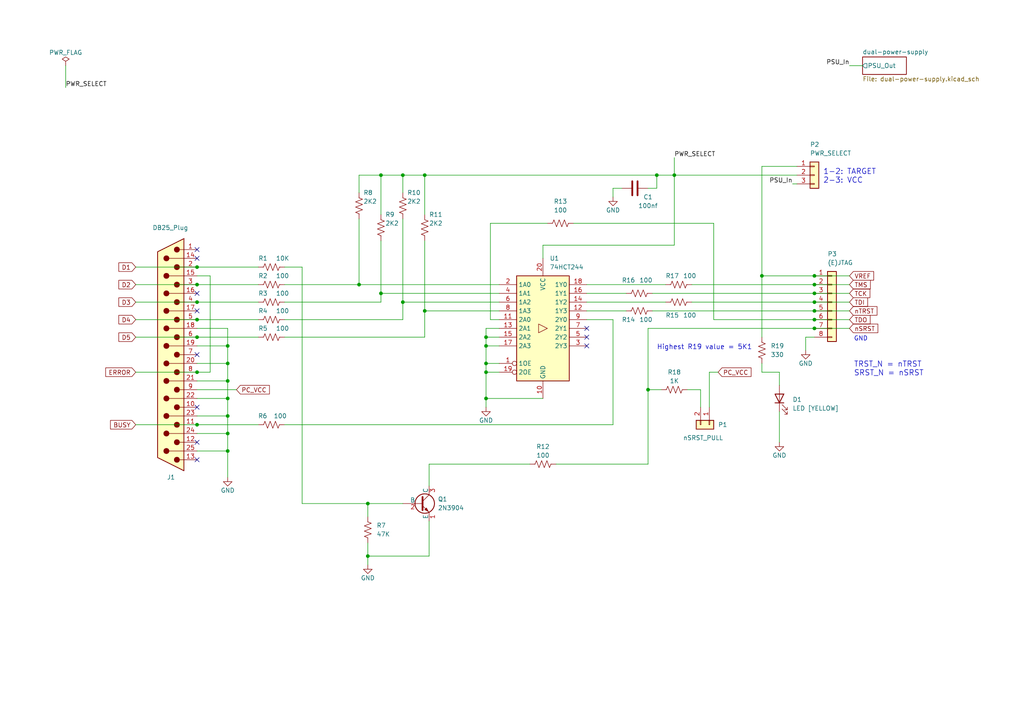
<source format=kicad_sch>
(kicad_sch (version 20230121) (generator eeschema)
  (paper "A4")
  (title_block (title "JTAG - Wiggler (JTAG Section)") (date "2023-06-06") (rev "1.4") (company "Clarissa Walker"))
  (lib_symbols
    (symbol "74x244:74HCT244"
      (property "Reference" "U" (at -7.62 16.51 0))
      (property "Value" "74HCT244" (at -7.62 -16.51 0))
      (symbol "74HCT244_1_0"
        (polyline (pts (xy 1.27 0) (xy -1.27 1.27) (xy -1.27 -1.27) (xy 1.27 0)) (stroke (width 0.1524)))
        (pin input inverted (at -12.7 -10.16 0) (length 5.08) (name "1OE") (number "1"))
        (pin power_in line (at 0 -20.32 90) (length 5.08) (name "GND") (number "10"))
        (pin input line (at -12.7 2.54 0) (length 5.08) (name "2A0") (number "11"))
        (pin tri_state line (at 12.7 5.08 180) (length 5.08) (name "1Y3") (number "12"))
        (pin input line (at -12.7 0 0) (length 5.08) (name "2A1") (number "13"))
        (pin tri_state line (at 12.7 7.62 180) (length 5.08) (name "1Y2") (number "14"))
        (pin input line (at -12.7 -2.54 0) (length 5.08) (name "2A2") (number "15"))
        (pin tri_state line (at 12.7 10.16 180) (length 5.08) (name "1Y1") (number "16"))
        (pin input line (at -12.7 -5.08 0) (length 5.08) (name "2A3") (number "17"))
        (pin tri_state line (at 12.7 12.7 180) (length 5.08) (name "1Y0") (number "18"))
        (pin input inverted (at -12.7 -12.7 0) (length 5.08) (name "2OE") (number "19"))
        (pin input line (at -12.7 12.7 0) (length 5.08) (name "1A0") (number "2"))
        (pin power_in line (at 0 20.32 270) (length 5.08) (name "VCC") (number "20"))
        (pin tri_state line (at 12.7 -5.08 180) (length 5.08) (name "2Y3") (number "3"))
        (pin input line (at -12.7 10.16 0) (length 5.08) (name "1A1") (number "4"))
        (pin tri_state line (at 12.7 -2.54 180) (length 5.08) (name "2Y2") (number "5"))
        (pin input line (at -12.7 7.62 0) (length 5.08) (name "1A2") (number "6"))
        (pin tri_state line (at 12.7 0 180) (length 5.08) (name "2Y1") (number "7"))
        (pin input line (at -12.7 5.08 0) (length 5.08) (name "1A3") (number "8"))
        (pin tri_state line (at 12.7 2.54 180) (length 5.08) (name "2Y0") (number "9"))
      )
      (symbol "74HCT244_1_1"
        (rectangle (start -7.62 15.24) (end 7.62 -15.24) (stroke (width 0.254)) (fill (type background)))
      )
    )
    (symbol "Connector:DB25_Plug" (pin_names (offset 1.016) hide)
      (property "Reference" "J" (at 0 34.29 0))
      (property "Value" "DB25_Plug" (at 0 -34.925 0))
      (symbol "DB25_Plug_0_1"
        (circle (center -1.778 -30.48) (radius 0.762) (fill (type outline)))
        (circle (center -1.778 -25.4) (radius 0.762) (fill (type outline)))
        (circle (center -1.778 -20.32) (radius 0.762) (fill (type outline)))
        (circle (center -1.778 -15.24) (radius 0.762) (fill (type outline)))
        (circle (center -1.778 -10.16) (radius 0.762) (fill (type outline)))
        (circle (center -1.778 -5.08) (radius 0.762) (fill (type outline)))
        (circle (center -1.778 0) (radius 0.762) (fill (type outline)))
        (circle (center -1.778 5.08) (radius 0.762) (fill (type outline)))
        (circle (center -1.778 10.16) (radius 0.762) (fill (type outline)))
        (circle (center -1.778 15.24) (radius 0.762) (fill (type outline)))
        (circle (center -1.778 20.32) (radius 0.762) (fill (type outline)))
        (circle (center -1.778 25.4) (radius 0.762) (fill (type outline)))
        (circle (center -1.778 30.48) (radius 0.762) (fill (type outline)))
        (polyline (pts (xy -3.81 -30.48) (xy -2.54 -30.48)))
        (polyline (pts (xy -3.81 -27.94) (xy 0.508 -27.94)))
        (polyline (pts (xy -3.81 -25.4) (xy -2.54 -25.4)))
        (polyline (pts (xy -3.81 -22.86) (xy 0.508 -22.86)))
        (polyline (pts (xy -3.81 -20.32) (xy -2.54 -20.32)))
        (polyline (pts (xy -3.81 -17.78) (xy 0.508 -17.78)))
        (polyline (pts (xy -3.81 -15.24) (xy -2.54 -15.24)))
        (polyline (pts (xy -3.81 -12.7) (xy 0.508 -12.7)))
        (polyline (pts (xy -3.81 -10.16) (xy -2.54 -10.16)))
        (polyline (pts (xy -3.81 -7.62) (xy 0.508 -7.62)))
        (polyline (pts (xy -3.81 -5.08) (xy -2.54 -5.08)))
        (polyline (pts (xy -3.81 -2.54) (xy 0.508 -2.54)))
        (polyline (pts (xy -3.81 0) (xy -2.54 0)))
        (polyline (pts (xy -3.81 2.54) (xy 0.508 2.54)))
        (polyline (pts (xy -3.81 5.08) (xy -2.54 5.08)))
        (polyline (pts (xy -3.81 7.62) (xy 0.508 7.62)))
        (polyline (pts (xy -3.81 10.16) (xy -2.54 10.16)))
        (polyline (pts (xy -3.81 12.7) (xy 0.508 12.7)))
        (polyline (pts (xy -3.81 15.24) (xy -2.54 15.24)))
        (polyline (pts (xy -3.81 17.78) (xy 0.508 17.78)))
        (polyline (pts (xy -3.81 20.32) (xy -2.54 20.32)))
        (polyline (pts (xy -3.81 22.86) (xy 0.508 22.86)))
        (polyline (pts (xy -3.81 25.4) (xy -2.54 25.4)))
        (polyline (pts (xy -3.81 27.94) (xy 0.508 27.94)))
        (polyline (pts (xy -3.81 30.48) (xy -2.54 30.48)))
        (polyline (pts (xy -3.81 -33.655) (xy 3.81 -29.845) (xy 3.81 29.845) (xy -3.81 33.655) (xy -3.81 -33.655)) (stroke (width 0.254)) (fill (type background)))
        (circle (center 1.27 -27.94) (radius 0.762) (fill (type outline)))
        (circle (center 1.27 -22.86) (radius 0.762) (fill (type outline)))
        (circle (center 1.27 -17.78) (radius 0.762) (fill (type outline)))
        (circle (center 1.27 -12.7) (radius 0.762) (fill (type outline)))
        (circle (center 1.27 -7.62) (radius 0.762) (fill (type outline)))
        (circle (center 1.27 -2.54) (radius 0.762) (fill (type outline)))
        (circle (center 1.27 2.54) (radius 0.762) (fill (type outline)))
        (circle (center 1.27 7.62) (radius 0.762) (fill (type outline)))
        (circle (center 1.27 12.7) (radius 0.762) (fill (type outline)))
        (circle (center 1.27 17.78) (radius 0.762) (fill (type outline)))
        (circle (center 1.27 22.86) (radius 0.762) (fill (type outline)))
        (circle (center 1.27 27.94) (radius 0.762) (fill (type outline)))
      )
      (symbol "DB25_Plug_1_1"
        (pin passive line (at -7.62 -30.48 0) (length 3.81) (name "1") (number "1"))
        (pin passive line (at -7.62 15.24 0) (length 3.81) (name "10") (number "10"))
        (pin passive line (at -7.62 20.32 0) (length 3.81) (name "11") (number "11"))
        (pin passive line (at -7.62 25.4 0) (length 3.81) (name "12") (number "12"))
        (pin passive line (at -7.62 30.48 0) (length 3.81) (name "13") (number "13"))
        (pin passive line (at -7.62 -27.94 0) (length 3.81) (name "P14") (number "14"))
        (pin passive line (at -7.62 -22.86 0) (length 3.81) (name "P15") (number "15"))
        (pin passive line (at -7.62 -17.78 0) (length 3.81) (name "P16") (number "16"))
        (pin passive line (at -7.62 -12.7 0) (length 3.81) (name "P17") (number "17"))
        (pin passive line (at -7.62 -7.62 0) (length 3.81) (name "P18") (number "18"))
        (pin passive line (at -7.62 -2.54 0) (length 3.81) (name "P19") (number "19"))
        (pin passive line (at -7.62 -25.4 0) (length 3.81) (name "2") (number "2"))
        (pin passive line (at -7.62 2.54 0) (length 3.81) (name "P20") (number "20"))
        (pin passive line (at -7.62 7.62 0) (length 3.81) (name "P21") (number "21"))
        (pin passive line (at -7.62 12.7 0) (length 3.81) (name "P22") (number "22"))
        (pin passive line (at -7.62 17.78 0) (length 3.81) (name "P23") (number "23"))
        (pin passive line (at -7.62 22.86 0) (length 3.81) (name "P24") (number "24"))
        (pin passive line (at -7.62 27.94 0) (length 3.81) (name "P25") (number "25"))
        (pin passive line (at -7.62 -20.32 0) (length 3.81) (name "3") (number "3"))
        (pin passive line (at -7.62 -15.24 0) (length 3.81) (name "4") (number "4"))
        (pin passive line (at -7.62 -10.16 0) (length 3.81) (name "5") (number "5"))
        (pin passive line (at -7.62 -5.08 0) (length 3.81) (name "6") (number "6"))
        (pin passive line (at -7.62 0 0) (length 3.81) (name "7") (number "7"))
        (pin passive line (at -7.62 5.08 0) (length 3.81) (name "8") (number "8"))
        (pin passive line (at -7.62 10.16 0) (length 3.81) (name "9") (number "9"))
      )
    )
    (symbol "Connector_Generic:Conn_01x02" (pin_names (offset 1.016) hide)
      (property "Reference" "J" (at 0 2.54 0))
      (property "Value" "Conn_01x02" (at 0 -5.08 0))
      (symbol "Conn_01x02_1_1"
        (rectangle (start -1.27 -2.413) (end 0 -2.667) (stroke (width 0.1524)))
        (rectangle (start -1.27 0.127) (end 0 -0.127) (stroke (width 0.1524)))
        (rectangle (start -1.27 1.27) (end 1.27 -3.81) (stroke (width 0.254)) (fill (type background)))
        (pin passive line (at -5.08 0 0) (length 3.81) (name "Pin_1") (number "1"))
        (pin passive line (at -5.08 -2.54 0) (length 3.81) (name "Pin_2") (number "2"))
      )
    )
    (symbol "Connector_Generic:Conn_01x03" (pin_names (offset 1.016) hide)
      (property "Reference" "J" (at 0 5.08 0))
      (property "Value" "Conn_01x03" (at 0 -5.08 0))
      (symbol "Conn_01x03_1_1"
        (rectangle (start -1.27 -2.413) (end 0 -2.667) (stroke (width 0.1524)))
        (rectangle (start -1.27 0.127) (end 0 -0.127) (stroke (width 0.1524)))
        (rectangle (start -1.27 2.667) (end 0 2.413) (stroke (width 0.1524)))
        (rectangle (start -1.27 3.81) (end 1.27 -3.81) (stroke (width 0.254)) (fill (type background)))
        (pin passive line (at -5.08 2.54 0) (length 3.81) (name "Pin_1") (number "1"))
        (pin passive line (at -5.08 0 0) (length 3.81) (name "Pin_2") (number "2"))
        (pin passive line (at -5.08 -2.54 0) (length 3.81) (name "Pin_3") (number "3"))
      )
    )
    (symbol "Connector_Generic:Conn_01x08" (pin_names (offset 1.016) hide)
      (property "Reference" "J" (at 0 10.16 0))
      (property "Value" "Conn_01x08" (at 0 -12.7 0))
      (symbol "Conn_01x08_1_1"
        (rectangle (start -1.27 -10.033) (end 0 -10.287) (stroke (width 0.1524)))
        (rectangle (start -1.27 -7.493) (end 0 -7.747) (stroke (width 0.1524)))
        (rectangle (start -1.27 -4.953) (end 0 -5.207) (stroke (width 0.1524)))
        (rectangle (start -1.27 -2.413) (end 0 -2.667) (stroke (width 0.1524)))
        (rectangle (start -1.27 0.127) (end 0 -0.127) (stroke (width 0.1524)))
        (rectangle (start -1.27 2.667) (end 0 2.413) (stroke (width 0.1524)))
        (rectangle (start -1.27 5.207) (end 0 4.953) (stroke (width 0.1524)))
        (rectangle (start -1.27 7.747) (end 0 7.493) (stroke (width 0.1524)))
        (rectangle (start -1.27 8.89) (end 1.27 -11.43) (stroke (width 0.254)) (fill (type background)))
        (pin passive line (at -5.08 7.62 0) (length 3.81) (name "Pin_1") (number "1"))
        (pin passive line (at -5.08 5.08 0) (length 3.81) (name "Pin_2") (number "2"))
        (pin passive line (at -5.08 2.54 0) (length 3.81) (name "Pin_3") (number "3"))
        (pin passive line (at -5.08 0 0) (length 3.81) (name "Pin_4") (number "4"))
        (pin passive line (at -5.08 -2.54 0) (length 3.81) (name "Pin_5") (number "5"))
        (pin passive line (at -5.08 -5.08 0) (length 3.81) (name "Pin_6") (number "6"))
        (pin passive line (at -5.08 -7.62 0) (length 3.81) (name "Pin_7") (number "7"))
        (pin passive line (at -5.08 -10.16 0) (length 3.81) (name "Pin_8") (number "8"))
      )
    )
    (symbol "Device:C" (pin_numbers hide) (pin_names (offset 0.254))
      (property "Reference" "C" (at 0.635 2.54 0))
      (property "Value" "C" (at 0.635 -2.54 0))
      (symbol "C_0_1"
        (polyline (pts (xy -2.032 -0.762) (xy 2.032 -0.762)) (stroke (width 0.508)))
        (polyline (pts (xy -2.032 0.762) (xy 2.032 0.762)) (stroke (width 0.508)))
      )
      (symbol "C_1_1"
        (pin passive line (at 0 3.81 270) (length 2.794) (name "~") (number "1"))
        (pin passive line (at 0 -3.81 90) (length 2.794) (name "~") (number "2"))
      )
    )
    (symbol "Device:LED" (pin_numbers hide) (pin_names (offset 1.016) hide)
      (property "Reference" "D" (at 0 2.54 0))
      (property "Value" "LED" (at 0 -2.54 0))
      (symbol "LED_0_1"
        (polyline (pts (xy -1.27 -1.27) (xy -1.27 1.27)) (stroke (width 0.254)))
        (polyline (pts (xy -1.27 0) (xy 1.27 0)))
        (polyline (pts (xy 1.27 -1.27) (xy 1.27 1.27) (xy -1.27 0) (xy 1.27 -1.27)) (stroke (width 0.254)))
        (polyline (pts (xy -3.048 -0.762) (xy -4.572 -2.286) (xy -3.81 -2.286) (xy -4.572 -2.286) (xy -4.572 -1.524)))
        (polyline (pts (xy -1.778 -0.762) (xy -3.302 -2.286) (xy -2.54 -2.286) (xy -3.302 -2.286) (xy -3.302 -1.524)))
      )
      (symbol "LED_1_1"
        (pin passive line (at -3.81 0 0) (length 2.54) (name "K") (number "1"))
        (pin passive line (at 3.81 0 180) (length 2.54) (name "A") (number "2"))
      )
    )
    (symbol "Device:R_US" (pin_numbers hide) (pin_names (offset 0))
      (property "Reference" "R" (at 2.54 0 90))
      (property "Value" "R_US" (at -2.54 0 90))
      (symbol "R_US_0_1"
        (polyline (pts (xy 0 -2.286) (xy 0 -2.54)))
        (polyline (pts (xy 0 2.286) (xy 0 2.54)))
        (polyline (pts (xy 0 -0.762) (xy 1.016 -1.143) (xy 0 -1.524) (xy -1.016 -1.905) (xy 0 -2.286)))
        (polyline (pts (xy 0 0.762) (xy 1.016 0.381) (xy 0 0) (xy -1.016 -0.381) (xy 0 -0.762)))
        (polyline (pts (xy 0 2.286) (xy 1.016 1.905) (xy 0 1.524) (xy -1.016 1.143) (xy 0 0.762)))
      )
      (symbol "R_US_1_1"
        (pin passive line (at 0 3.81 270) (length 1.27) (name "~") (number "1"))
        (pin passive line (at 0 -3.81 90) (length 1.27) (name "~") (number "2"))
      )
    )
    (symbol "Transistor_BJT:2N3904" (pin_names (offset 0))
      (property "Reference" "Q" (at 5.08 1.905 0))
      (property "Value" "2N3904" (at 5.08 0 0))
      (symbol "2N3904_0_1"
        (polyline (pts (xy 0.635 0.635) (xy 2.54 2.54)))
        (polyline (pts (xy 0.635 -0.635) (xy 2.54 -2.54) (xy 2.54 -2.54)))
        (polyline (pts (xy 0.635 1.905) (xy 0.635 -1.905) (xy 0.635 -1.905)) (stroke (width 0.508)))
        (polyline (pts (xy 1.27 -1.778) (xy 1.778 -1.27) (xy 2.286 -2.286) (xy 1.27 -1.778) (xy 1.27 -1.778)) (fill (type outline)))
        (circle (center 1.27 0) (radius 2.8194) (stroke (width 0.254)))
      )
      (symbol "2N3904_1_1"
        (pin passive line (at 2.54 -5.08 90) (length 2.54) (name "E") (number "1"))
        (pin passive line (at -5.08 0 0) (length 5.715) (name "B") (number "2"))
        (pin passive line (at 2.54 5.08 270) (length 2.54) (name "C") (number "3"))
      )
    )
    (symbol "power:GND" (power) (pin_names (offset 0))
      (property "Value" "GND" (at 0 -3.81 0))
      (symbol "GND_0_1"
        (polyline (pts (xy 0 0) (xy 0 -1.27) (xy 1.27 -1.27) (xy 0 -2.54) (xy -1.27 -1.27) (xy 0 -1.27)))
      )
      (symbol "GND_1_1"
        (pin power_in line (at 0 0 270) (length 0) hide (name "GND") (number "1"))
      )
    )
    (symbol "power:PWR_FLAG" (power) (pin_numbers hide) (pin_names (offset 0) hide)
      (property "Value" "PWR_FLAG" (at 0 3.81 0))
      (symbol "PWR_FLAG_0_0"
        (pin power_out line (at 0 0 90) (length 0) (name "pwr") (number "1"))
      )
      (symbol "PWR_FLAG_0_1"
        (polyline (pts (xy 0 0) (xy 0 1.27) (xy -1.016 1.905) (xy 0 2.54) (xy 1.016 1.905) (xy 0 1.27)))
      )
    )
  )
  (junction (at 140.97 105.41))
  (junction (at 110.49 50.8))
  (junction (at 220.98 80.01))
  (junction (at 140.97 107.95))
  (junction (at 236.22 95.25))
  (junction (at 57.15 123.19))
  (junction (at 57.15 97.79))
  (junction (at 110.49 85.09))
  (junction (at 236.22 82.55))
  (junction (at 106.68 161.29))
  (junction (at 140.97 100.33))
  (junction (at 123.19 90.17))
  (junction (at 236.22 90.17))
  (junction (at 57.15 87.63))
  (junction (at 66.04 110.49))
  (junction (at 57.15 107.95))
  (junction (at 57.15 82.55))
  (junction (at 123.19 50.8))
  (junction (at 116.84 87.63))
  (junction (at 66.04 100.33))
  (junction (at 116.84 50.8))
  (junction (at 187.96 113.03))
  (junction (at 236.22 92.71))
  (junction (at 140.97 115.57))
  (junction (at 57.15 77.47))
  (junction (at 236.22 85.09))
  (junction (at 66.04 120.65))
  (junction (at 66.04 105.41))
  (junction (at 66.04 125.73))
  (junction (at 57.15 92.71))
  (junction (at 104.14 82.55))
  (junction (at 236.22 80.01))
  (junction (at 190.5 50.8))
  (junction (at 236.22 87.63))
  (junction (at 140.97 97.79))
  (junction (at 66.04 115.57))
  (junction (at 195.58 50.8))
  (junction (at 66.04 130.81))
  (junction (at 106.68 146.05))
  (no_connect (at 57.15 133.35))
  (no_connect (at 57.15 118.11))
  (no_connect (at 57.15 128.27))
  (no_connect (at 57.15 74.93))
  (no_connect (at 57.15 72.39))
  (no_connect (at 170.18 97.79))
  (no_connect (at 57.15 85.09))
  (no_connect (at 170.18 95.25))
  (no_connect (at 57.15 90.17))
  (no_connect (at 170.18 100.33))
  (no_connect (at 57.15 102.87))
  (wire (pts (xy 57.15 92.71) (xy 74.93 92.71)))
  (wire (pts (xy 195.58 45.72) (xy 195.58 50.8)))
  (wire (pts (xy 187.96 113.03) (xy 187.96 134.62)))
  (wire (pts (xy 57.15 95.25) (xy 66.04 95.25)))
  (wire (pts (xy 140.97 107.95) (xy 140.97 115.57)))
  (wire (pts (xy 200.66 87.63) (xy 236.22 87.63)))
  (wire (pts (xy 200.66 82.55) (xy 236.22 82.55)))
  (wire (pts (xy 110.49 85.09) (xy 144.78 85.09)))
  (wire (pts (xy 106.68 161.29) (xy 124.46 161.29)))
  (wire (pts (xy 195.58 71.12) (xy 195.58 50.8)))
  (wire (pts (xy 220.98 80.01) (xy 236.22 80.01)))
  (wire (pts (xy 110.49 50.8) (xy 110.49 62.23)))
  (wire (pts (xy 39.37 97.79) (xy 57.15 97.79)))
  (wire (pts (xy 82.55 123.19) (xy 177.8 123.19)))
  (wire (pts (xy 236.22 95.25) (xy 246.38 95.25)))
  (wire (pts (xy 82.55 82.55) (xy 104.14 82.55)))
  (wire (pts (xy 177.8 123.19) (xy 177.8 92.71)))
  (wire (pts (xy 233.68 97.79) (xy 233.68 101.6)))
  (wire (pts (xy 190.5 50.8) (xy 195.58 50.8)))
  (wire (pts (xy 191.77 113.03) (xy 187.96 113.03)))
  (wire (pts (xy 220.98 80.01) (xy 220.98 97.79)))
  (wire (pts (xy 104.14 50.8) (xy 110.49 50.8)))
  (wire (pts (xy 236.22 80.01) (xy 246.38 80.01)))
  (wire (pts (xy 57.15 80.01) (xy 60.96 80.01)))
  (wire (pts (xy 207.01 92.71) (xy 236.22 92.71)))
  (wire (pts (xy 110.49 50.8) (xy 116.84 50.8)))
  (wire (pts (xy 177.8 54.61) (xy 177.8 57.15)))
  (wire (pts (xy 57.15 130.81) (xy 66.04 130.81)))
  (wire (pts (xy 66.04 110.49) (xy 66.04 115.57)))
  (wire (pts (xy 123.19 90.17) (xy 123.19 97.79)))
  (wire (pts (xy 189.23 85.09) (xy 236.22 85.09)))
  (wire (pts (xy 226.06 107.95) (xy 220.98 107.95)))
  (wire (pts (xy 87.63 146.05) (xy 106.68 146.05)))
  (wire (pts (xy 187.96 95.25) (xy 236.22 95.25)))
  (wire (pts (xy 57.15 120.65) (xy 66.04 120.65)))
  (wire (pts (xy 39.37 77.47) (xy 57.15 77.47)))
  (wire (pts (xy 231.14 48.26) (xy 220.98 48.26)))
  (wire (pts (xy 157.48 115.57) (xy 140.97 115.57)))
  (wire (pts (xy 236.22 87.63) (xy 246.38 87.63)))
  (wire (pts (xy 106.68 157.48) (xy 106.68 161.29)))
  (wire (pts (xy 170.18 82.55) (xy 193.04 82.55)))
  (wire (pts (xy 57.15 100.33) (xy 66.04 100.33)))
  (wire (pts (xy 124.46 151.13) (xy 124.46 161.29)))
  (wire (pts (xy 236.22 82.55) (xy 246.38 82.55)))
  (wire (pts (xy 236.22 97.79) (xy 233.68 97.79)))
  (wire (pts (xy 57.15 87.63) (xy 74.93 87.63)))
  (wire (pts (xy 57.15 105.41) (xy 66.04 105.41)))
  (wire (pts (xy 116.84 50.8) (xy 123.19 50.8)))
  (wire (pts (xy 220.98 105.41) (xy 220.98 107.95)))
  (wire (pts (xy 140.97 100.33) (xy 144.78 100.33)))
  (wire (pts (xy 170.18 90.17) (xy 181.61 90.17)))
  (wire (pts (xy 236.22 92.71) (xy 246.38 92.71)))
  (wire (pts (xy 153.67 134.62) (xy 124.46 134.62)))
  (wire (pts (xy 66.04 130.81) (xy 66.04 138.43)))
  (wire (pts (xy 170.18 85.09) (xy 181.61 85.09)))
  (wire (pts (xy 157.48 71.12) (xy 195.58 71.12)))
  (wire (pts (xy 231.14 53.34) (xy 229.87 53.34)))
  (wire (pts (xy 220.98 48.26) (xy 220.98 80.01)))
  (wire (pts (xy 140.97 100.33) (xy 140.97 105.41)))
  (wire (pts (xy 39.37 82.55) (xy 57.15 82.55)))
  (wire (pts (xy 140.97 105.41) (xy 140.97 107.95)))
  (wire (pts (xy 110.49 85.09) (xy 110.49 87.63)))
  (wire (pts (xy 123.19 90.17) (xy 144.78 90.17)))
  (wire (pts (xy 124.46 134.62) (xy 124.46 140.97)))
  (wire (pts (xy 187.96 54.61) (xy 190.5 54.61)))
  (wire (pts (xy 106.68 161.29) (xy 106.68 163.83)))
  (wire (pts (xy 190.5 50.8) (xy 190.5 54.61)))
  (wire (pts (xy 39.37 123.19) (xy 57.15 123.19)))
  (wire (pts (xy 66.04 115.57) (xy 66.04 120.65)))
  (wire (pts (xy 166.37 64.77) (xy 207.01 64.77)))
  (wire (pts (xy 236.22 85.09) (xy 246.38 85.09)))
  (wire (pts (xy 87.63 77.47) (xy 87.63 146.05)))
  (wire (pts (xy 60.96 80.01) (xy 60.96 107.95)))
  (wire (pts (xy 195.58 50.8) (xy 231.14 50.8)))
  (wire (pts (xy 123.19 50.8) (xy 123.19 62.23)))
  (wire (pts (xy 170.18 87.63) (xy 193.04 87.63)))
  (wire (pts (xy 116.84 50.8) (xy 116.84 55.88)))
  (wire (pts (xy 82.55 97.79) (xy 123.19 97.79)))
  (wire (pts (xy 140.97 115.57) (xy 140.97 118.11)))
  (wire (pts (xy 106.68 146.05) (xy 106.68 149.86)))
  (wire (pts (xy 104.14 82.55) (xy 144.78 82.55)))
  (wire (pts (xy 57.15 82.55) (xy 74.93 82.55)))
  (wire (pts (xy 199.39 113.03) (xy 203.2 113.03)))
  (wire (pts (xy 187.96 134.62) (xy 161.29 134.62)))
  (wire (pts (xy 203.2 113.03) (xy 203.2 118.11)))
  (wire (pts (xy 187.96 95.25) (xy 187.96 113.03)))
  (wire (pts (xy 57.15 115.57) (xy 66.04 115.57)))
  (wire (pts (xy 226.06 119.38) (xy 226.06 128.27)))
  (wire (pts (xy 57.15 107.95) (xy 60.96 107.95)))
  (wire (pts (xy 189.23 90.17) (xy 236.22 90.17)))
  (wire (pts (xy 104.14 63.5) (xy 104.14 82.55)))
  (wire (pts (xy 140.97 97.79) (xy 140.97 100.33)))
  (wire (pts (xy 140.97 95.25) (xy 140.97 97.79)))
  (wire (pts (xy 116.84 63.5) (xy 116.84 87.63)))
  (wire (pts (xy 205.74 107.95) (xy 208.28 107.95)))
  (wire (pts (xy 144.78 95.25) (xy 140.97 95.25)))
  (wire (pts (xy 39.37 92.71) (xy 57.15 92.71)))
  (wire (pts (xy 57.15 77.47) (xy 74.93 77.47)))
  (wire (pts (xy 236.22 90.17) (xy 246.38 90.17)))
  (wire (pts (xy 246.38 19.05) (xy 250.19 19.05)))
  (wire (pts (xy 39.37 107.95) (xy 57.15 107.95)))
  (wire (pts (xy 106.68 146.05) (xy 116.84 146.05)))
  (wire (pts (xy 104.14 55.88) (xy 104.14 50.8)))
  (wire (pts (xy 57.15 113.03) (xy 68.58 113.03)))
  (wire (pts (xy 66.04 120.65) (xy 66.04 125.73)))
  (wire (pts (xy 140.97 105.41) (xy 144.78 105.41)))
  (wire (pts (xy 66.04 95.25) (xy 66.04 100.33)))
  (wire (pts (xy 205.74 107.95) (xy 205.74 118.11)))
  (wire (pts (xy 177.8 92.71) (xy 170.18 92.71)))
  (wire (pts (xy 57.15 97.79) (xy 74.93 97.79)))
  (wire (pts (xy 66.04 125.73) (xy 66.04 130.81)))
  (wire (pts (xy 19.05 19.05) (xy 19.05 25.4)))
  (wire (pts (xy 142.24 64.77) (xy 142.24 92.71)))
  (wire (pts (xy 226.06 111.76) (xy 226.06 107.95)))
  (wire (pts (xy 39.37 87.63) (xy 57.15 87.63)))
  (wire (pts (xy 140.97 107.95) (xy 144.78 107.95)))
  (wire (pts (xy 57.15 123.19) (xy 74.93 123.19)))
  (wire (pts (xy 66.04 105.41) (xy 66.04 110.49)))
  (wire (pts (xy 180.34 54.61) (xy 177.8 54.61)))
  (wire (pts (xy 82.55 87.63) (xy 110.49 87.63)))
  (wire (pts (xy 123.19 69.85) (xy 123.19 90.17)))
  (wire (pts (xy 57.15 125.73) (xy 66.04 125.73)))
  (wire (pts (xy 123.19 50.8) (xy 190.5 50.8)))
  (wire (pts (xy 66.04 100.33) (xy 66.04 105.41)))
  (wire (pts (xy 157.48 71.12) (xy 157.48 74.93)))
  (wire (pts (xy 207.01 64.77) (xy 207.01 92.71)))
  (wire (pts (xy 116.84 87.63) (xy 116.84 92.71)))
  (wire (pts (xy 110.49 69.85) (xy 110.49 85.09)))
  (wire (pts (xy 158.75 64.77) (xy 142.24 64.77)))
  (wire (pts (xy 57.15 110.49) (xy 66.04 110.49)))
  (wire (pts (xy 144.78 92.71) (xy 142.24 92.71)))
  (wire (pts (xy 82.55 92.71) (xy 116.84 92.71)))
  (wire (pts (xy 140.97 97.79) (xy 144.78 97.79)))
  (wire (pts (xy 82.55 77.47) (xy 87.63 77.47)))
  (wire (pts (xy 116.84 87.63) (xy 144.78 87.63)))
  (text "1-2: TARGET\n2-3: VCC" (at 238.76 53.34 0) (effects (font (size 1.57 1.57)) (justify left bottom)))
  (text "TRST_N = nTRST\nSRST_N = nSRST" (at 247.65 109.22 0) (effects (font (size 1.57 1.57)) (justify left bottom)))
  (text "Highest R19 value = 5K1" (at 190.5 101.6 0) (effects (font (size 1.4 1.4)) (justify left bottom)))
  (text "GND" (at 247.65 99.06 0) (effects (font (size 1.27 1.27)) (justify left bottom)))
  (label "PWR_SELECT" (at 195.58 45.72 0))
  (label "PSU_In" (at 229.87 53.34 180))
  (label "PSU_In" (at 246.38 19.05 180))
  (label "PWR_SELECT" (at 19.05 25.4 0))
  (global_label "D5" (shape input) (at 39.37 97.79 180) (property "Intersheetrefs" "${INTERSHEET_REFS}" (effects hide)))
  (global_label "nSRST" (shape input) (at 246.38 95.25 0) (property "Intersheetrefs" "${INTERSHEET_REFS}" (effects hide)))
  (global_label "TCK" (shape input) (at 246.38 85.09 0) (property "Intersheetrefs" "${INTERSHEET_REFS}" (effects hide)))
  (global_label "D3" (shape input) (at 39.37 87.63 180) (property "Intersheetrefs" "${INTERSHEET_REFS}" (effects hide)))
  (global_label "VREF" (shape input) (at 246.38 80.01 0) (property "Intersheetrefs" "${INTERSHEET_REFS}" (effects hide)))
  (global_label "D4" (shape input) (at 39.37 92.71 180) (property "Intersheetrefs" "${INTERSHEET_REFS}" (effects hide)))
  (global_label "TDO" (shape input) (at 246.38 92.71 0) (property "Intersheetrefs" "${INTERSHEET_REFS}" (effects hide)))
  (global_label "PC_VCC" (shape input) (at 208.28 107.95 0) (property "Intersheetrefs" "${INTERSHEET_REFS}" (effects hide)))
  (global_label "TDI" (shape input) (at 246.38 87.63 0) (property "Intersheetrefs" "${INTERSHEET_REFS}" (effects hide)))
  (global_label "PC_VCC" (shape input) (at 68.58 113.03 0) (property "Intersheetrefs" "${INTERSHEET_REFS}" (effects hide)))
  (global_label "ERROR" (shape input) (at 39.37 107.95 180) (property "Intersheetrefs" "${INTERSHEET_REFS}" (effects hide)))
  (global_label "BUSY" (shape input) (at 39.37 123.19 180) (property "Intersheetrefs" "${INTERSHEET_REFS}" (effects hide)))
  (global_label "TMS" (shape input) (at 246.38 82.55 0) (property "Intersheetrefs" "${INTERSHEET_REFS}" (effects hide)))
  (global_label "D1" (shape input) (at 39.37 77.47 180) (property "Intersheetrefs" "${INTERSHEET_REFS}" (effects hide)))
  (global_label "nTRST" (shape input) (at 246.38 90.17 0) (property "Intersheetrefs" "${INTERSHEET_REFS}" (effects hide)))
  (global_label "D2" (shape input) (at 39.37 82.55 180) (property "Intersheetrefs" "${INTERSHEET_REFS}" (effects hide)))
  (symbol (lib_id "Device:R_US") (at 196.85 82.55 90) (unit 1)
    (property "Reference" "R17" (at 193.04 80.01 90) (effects (justify right)))
    (property "Value" "100" (at 198.12 80.01 90) (effects (justify right)))
  )
  (symbol (lib_id "Connector_Generic:Conn_01x03") (at 236.22 50.8 0) (unit 1)
    (property "Reference" "P2" (at 234.95 41.91 0) (effects (justify left)))
    (property "Value" "PWR_SELECT" (at 234.95 44.45 0) (effects (justify left)))
  )
  (symbol (lib_id "Device:R_US") (at 220.98 101.6 180) (unit 1)
    (property "Reference" "R19" (at 223.52 100.33 0) (effects (justify right)))
    (property "Value" "330" (at 223.52 102.87 0) (effects (justify right)))
  )
  (symbol (lib_id "Device:R_US") (at 78.74 123.19 90) (unit 1)
    (property "Reference" "R6" (at 76.2 120.65 90))
    (property "Value" "100" (at 81.28 120.65 90))
  )
  (symbol (lib_id "power:GND") (at 233.68 101.6 0) (unit 1)
    (property "Reference" "#PWR05" (effects hide))
    (property "Value" "GND" (at 233.68 105.41 0))
  )
  (symbol (lib_id "Device:R_US") (at 78.74 82.55 90) (unit 1)
    (property "Reference" "R2" (at 74.93 80.01 90) (effects (justify right)))
    (property "Value" "100" (at 80.01 80.01 90) (effects (justify right)))
  )
  (symbol (lib_id "Connector:DB25_Plug") (at 49.53 102.87 180) (unit 1)
    (property "Reference" "J1" (at 50.8 138.43 0) (effects (justify left)))
    (property "Value" "DB25_Plug" (at 54.61 66.04 0) (effects (justify left)))
    (property "Datasheet" " ~" (effects hide))
  )
  (symbol (lib_id "Connector_Generic:Conn_01x08") (at 241.3 87.63 0) (unit 1)
    (property "Reference" "P3" (at 240.03 73.66 0) (effects (justify left)))
    (property "Value" "(E)JTAG" (at 240.03 76.2 0) (effects (justify left)))
  )
  (symbol (lib_id "power:GND") (at 177.8 57.15 0) (unit 1)
    (property "Reference" "#PWR06" (effects hide))
    (property "Value" "GND" (at 177.8 60.96 0))
  )
  (symbol (lib_id "Device:C") (at 184.15 54.61 90) (unit 1)
    (property "Reference" "C1" (at 187.96 57.15 90))
    (property "Value" "100nf" (at 187.96 59.69 90))
  )
  (symbol (lib_id "Device:R_US") (at 104.14 59.69 0) (unit 1)
    (property "Reference" "R8" (at 105.41 55.88 0) (effects (justify left)))
    (property "Value" "2K2" (at 105.41 58.42 0) (effects (justify left)))
  )
  (symbol (lib_id "Device:R_US") (at 123.19 66.04 0) (unit 1)
    (property "Reference" "R11" (at 124.46 62.23 0) (effects (justify left)))
    (property "Value" "2K2" (at 124.46 64.77 0) (effects (justify left)))
  )
  (symbol (lib_id "power:GND") (at 226.06 128.27 0) (unit 1)
    (property "Reference" "#PWR04" (effects hide))
    (property "Value" "GND" (at 226.06 132.08 0))
  )
  (symbol (lib_id "Transistor_BJT:2N3904") (at 121.92 146.05 0) (unit 1)
    (property "Reference" "Q1" (at 127 144.78 0) (effects (justify left)))
    (property "Value" "2N3904" (at 127 147.32 0) (effects (justify left)))
    (property "Footprint" "Package_TO_SOT_THT:TO-92_Inline" (effects hide))
    (property "Datasheet" "https://www.onsemi.com/pub/Collateral/2N3903-D.PDF" (effects hide))
  )
  (symbol (lib_id "Device:R_US") (at 78.74 87.63 90) (unit 1)
    (property "Reference" "R3" (at 74.93 85.09 90) (effects (justify right)))
    (property "Value" "100" (at 80.01 85.09 90) (effects (justify right)))
  )
  (symbol (lib_id "Device:R_US") (at 162.56 64.77 90) (unit 1)
    (property "Reference" "R13" (at 162.56 58.42 90))
    (property "Value" "100" (at 162.56 60.96 90))
  )
  (symbol (lib_id "Device:R_US") (at 196.85 87.63 90) (unit 1)
    (property "Reference" "R15" (at 193.04 91.44 90) (effects (justify right)))
    (property "Value" "100" (at 198.12 91.44 90) (effects (justify right)))
  )
  (symbol (lib_id "power:GND") (at 66.04 138.43 0) (unit 1)
    (property "Reference" "#PWR01" (effects hide))
    (property "Value" "GND" (at 66.04 142.24 0))
  )
  (symbol (lib_id "power:GND") (at 140.97 118.11 0) (unit 1)
    (property "Reference" "#PWR02" (effects hide))
    (property "Value" "GND" (at 140.97 121.92 0))
  )
  (symbol (lib_id "Connector_Generic:Conn_01x02") (at 205.74 123.19 270) (unit 1)
    (property "Reference" "P1" (at 208.28 123.19 90) (effects (justify left)))
    (property "Value" "nSRST_PULL" (at 198.12 127 90) (effects (justify left)))
  )
  (symbol (lib_id "Device:R_US") (at 106.68 153.67 0) (unit 1)
    (property "Reference" "R7" (at 109.22 152.4 0) (effects (justify left)))
    (property "Value" "47K" (at 109.22 154.94 0) (effects (justify left)))
  )
  (symbol (lib_id "Device:R_US") (at 157.48 134.62 90) (unit 1)
    (property "Reference" "R12" (at 157.48 129.54 90))
    (property "Value" "100" (at 157.48 132.08 90))
  )
  (symbol (lib_id "74x244:74HCT244") (at 157.48 95.25 0) (unit 1)
    (property "Reference" "U1" (at 159.4359 74.93 0) (effects (justify left)))
    (property "Value" "74HCT244" (at 159.4359 77.47 0) (effects (justify left)))
    (property "Datasheet" "https://www.ti.com/lit/ds/symlink/sn74hct244.pdf" (effects hide))
  )
  (symbol (lib_id "Device:R_US") (at 185.42 90.17 90) (unit 1)
    (property "Reference" "R14" (at 180.34 92.71 90) (effects (justify right)))
    (property "Value" "100" (at 185.42 92.71 90) (effects (justify right)))
  )
  (symbol (lib_id "Device:R_US") (at 116.84 59.69 0) (unit 1)
    (property "Reference" "R10" (at 118.11 55.88 0) (effects (justify left)))
    (property "Value" "2K2" (at 118.11 58.42 0) (effects (justify left)))
  )
  (symbol (lib_id "power:GND") (at 106.68 163.83 0) (unit 1)
    (property "Reference" "#PWR03" (effects hide))
    (property "Value" "GND" (at 106.68 167.64 0))
  )
  (symbol (lib_id "Device:R_US") (at 185.42 85.09 90) (unit 1)
    (property "Reference" "R16" (at 180.34 81.28 90) (effects (justify right)))
    (property "Value" "100" (at 185.42 81.28 90) (effects (justify right)))
  )
  (symbol (lib_id "Device:R_US") (at 110.49 66.04 0) (unit 1)
    (property "Reference" "R9" (at 111.76 62.23 0) (effects (justify left)))
    (property "Value" "2K2" (at 111.76 64.77 0) (effects (justify left)))
  )
  (symbol (lib_id "Device:R_US") (at 78.74 92.71 90) (unit 1)
    (property "Reference" "R4" (at 74.93 90.17 90) (effects (justify right)))
    (property "Value" "100" (at 80.01 90.17 90) (effects (justify right)))
  )
  (symbol (lib_id "Device:LED") (at 226.06 115.57 90) (unit 1)
    (property "Reference" "D1" (at 229.87 115.8875 90) (effects (justify right)))
    (property "Value" "LED [YELLOW]" (at 229.87 118.4275 90) (effects (justify right)))
  )
  (symbol (lib_id "power:PWR_FLAG") (at 19.05 19.05 0) (unit 1)
    (property "Reference" "#FLG01" (effects hide))
    (property "Value" "PWR_FLAG" (at 19.05 15.24 0))
  )
  (symbol (lib_id "Device:R_US") (at 78.74 77.47 90) (unit 1)
    (property "Reference" "R1" (at 74.93 74.93 90) (effects (justify right)))
    (property "Value" "10K" (at 80.01 74.93 90) (effects (justify right)))
  )
  (symbol (lib_id "Device:R_US") (at 78.74 97.79 90) (unit 1)
    (property "Reference" "R5" (at 74.93 95.25 90) (effects (justify right)))
    (property "Value" "100" (at 80.01 95.25 90) (effects (justify right)))
  )
  (symbol (lib_id "Device:R_US") (at 195.58 113.03 90) (unit 1)
    (property "Reference" "R18" (at 195.58 107.95 90))
    (property "Value" "1K" (at 195.58 110.49 90))
  )
  (sheet (at 250.19 16.51) (size 12.7 5.08) (stroke (width 0.1524))
    (property "Sheetname" "dual-power-supply" (at 250.19 15.7984 0) (effects (justify left bottom)))
    (property "Sheetfile" "dual-power-supply.kicad_sch" (at 250.19 22.1746 0) (effects (justify left top)))
    (pin "PSU_Out" output (at 250.19 19.05 180))
  )
)
</source>
